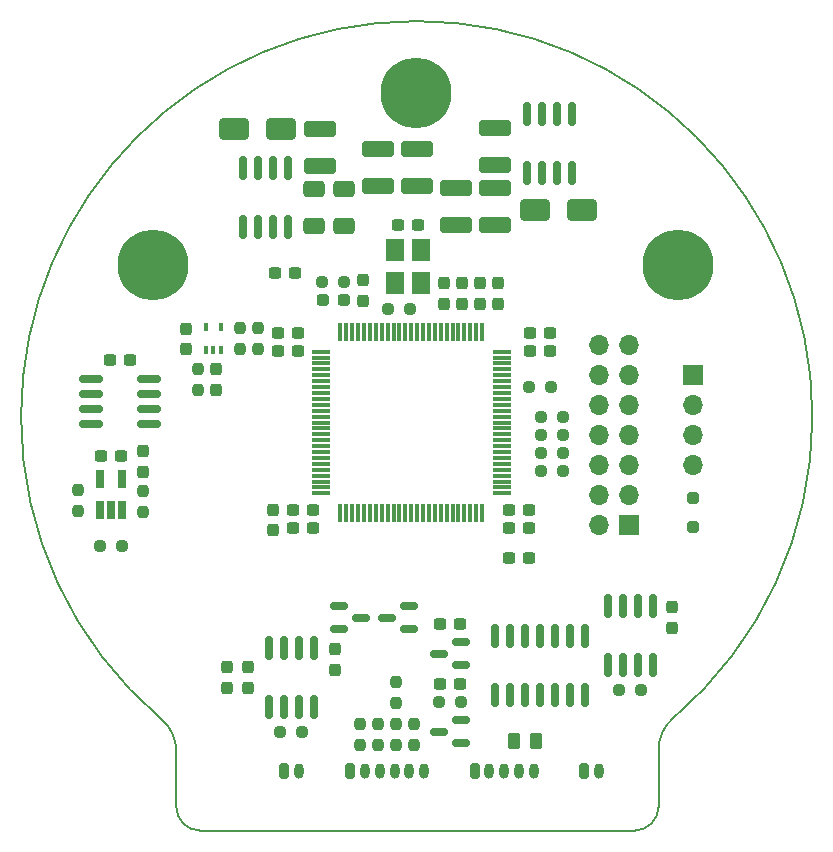
<source format=gbr>
%TF.GenerationSoftware,KiCad,Pcbnew,7.0.6*%
%TF.CreationDate,2024-03-18T21:13:24+03:00*%
%TF.ProjectId,_____ __________,1f3b3042-3020-4433-9f40-30323b353d38,rev?*%
%TF.SameCoordinates,Original*%
%TF.FileFunction,Soldermask,Top*%
%TF.FilePolarity,Negative*%
%FSLAX46Y46*%
G04 Gerber Fmt 4.6, Leading zero omitted, Abs format (unit mm)*
G04 Created by KiCad (PCBNEW 7.0.6) date 2024-03-18 21:13:24*
%MOMM*%
%LPD*%
G01*
G04 APERTURE LIST*
G04 Aperture macros list*
%AMRoundRect*
0 Rectangle with rounded corners*
0 $1 Rounding radius*
0 $2 $3 $4 $5 $6 $7 $8 $9 X,Y pos of 4 corners*
0 Add a 4 corners polygon primitive as box body*
4,1,4,$2,$3,$4,$5,$6,$7,$8,$9,$2,$3,0*
0 Add four circle primitives for the rounded corners*
1,1,$1+$1,$2,$3*
1,1,$1+$1,$4,$5*
1,1,$1+$1,$6,$7*
1,1,$1+$1,$8,$9*
0 Add four rect primitives between the rounded corners*
20,1,$1+$1,$2,$3,$4,$5,0*
20,1,$1+$1,$4,$5,$6,$7,0*
20,1,$1+$1,$6,$7,$8,$9,0*
20,1,$1+$1,$8,$9,$2,$3,0*%
G04 Aperture macros list end*
%ADD10RoundRect,0.237500X-0.250000X-0.237500X0.250000X-0.237500X0.250000X0.237500X-0.250000X0.237500X0*%
%ADD11RoundRect,0.150000X-0.150000X0.825000X-0.150000X-0.825000X0.150000X-0.825000X0.150000X0.825000X0*%
%ADD12R,1.700000X1.700000*%
%ADD13O,1.700000X1.700000*%
%ADD14RoundRect,0.200000X-0.200000X-0.450000X0.200000X-0.450000X0.200000X0.450000X-0.200000X0.450000X0*%
%ADD15O,0.800000X1.300000*%
%ADD16RoundRect,0.237500X-0.237500X0.300000X-0.237500X-0.300000X0.237500X-0.300000X0.237500X0.300000X0*%
%ADD17R,1.650000X1.950000*%
%ADD18RoundRect,0.250000X0.250000X-0.250000X0.250000X0.250000X-0.250000X0.250000X-0.250000X-0.250000X0*%
%ADD19RoundRect,0.237500X0.250000X0.237500X-0.250000X0.237500X-0.250000X-0.237500X0.250000X-0.237500X0*%
%ADD20RoundRect,0.237500X0.237500X-0.300000X0.237500X0.300000X-0.237500X0.300000X-0.237500X-0.300000X0*%
%ADD21RoundRect,0.237500X-0.287500X-0.237500X0.287500X-0.237500X0.287500X0.237500X-0.287500X0.237500X0*%
%ADD22RoundRect,0.237500X-0.300000X-0.237500X0.300000X-0.237500X0.300000X0.237500X-0.300000X0.237500X0*%
%ADD23C,6.000000*%
%ADD24RoundRect,0.250000X-1.100000X0.412500X-1.100000X-0.412500X1.100000X-0.412500X1.100000X0.412500X0*%
%ADD25RoundRect,0.237500X0.237500X-0.250000X0.237500X0.250000X-0.237500X0.250000X-0.237500X-0.250000X0*%
%ADD26RoundRect,0.237500X0.300000X0.237500X-0.300000X0.237500X-0.300000X-0.237500X0.300000X-0.237500X0*%
%ADD27R,0.400000X0.650000*%
%ADD28RoundRect,0.150000X0.587500X0.150000X-0.587500X0.150000X-0.587500X-0.150000X0.587500X-0.150000X0*%
%ADD29RoundRect,0.250000X1.000000X0.650000X-1.000000X0.650000X-1.000000X-0.650000X1.000000X-0.650000X0*%
%ADD30RoundRect,0.250000X-0.262500X-0.450000X0.262500X-0.450000X0.262500X0.450000X-0.262500X0.450000X0*%
%ADD31RoundRect,0.250000X1.100000X-0.412500X1.100000X0.412500X-1.100000X0.412500X-1.100000X-0.412500X0*%
%ADD32RoundRect,0.150000X0.150000X-0.825000X0.150000X0.825000X-0.150000X0.825000X-0.150000X-0.825000X0*%
%ADD33RoundRect,0.237500X-0.237500X0.250000X-0.237500X-0.250000X0.237500X-0.250000X0.237500X0.250000X0*%
%ADD34RoundRect,0.250000X-1.000000X-0.650000X1.000000X-0.650000X1.000000X0.650000X-1.000000X0.650000X0*%
%ADD35RoundRect,0.250000X0.650000X-0.412500X0.650000X0.412500X-0.650000X0.412500X-0.650000X-0.412500X0*%
%ADD36RoundRect,0.150000X-0.587500X-0.150000X0.587500X-0.150000X0.587500X0.150000X-0.587500X0.150000X0*%
%ADD37RoundRect,0.150000X-0.825000X-0.150000X0.825000X-0.150000X0.825000X0.150000X-0.825000X0.150000X0*%
%ADD38RoundRect,0.075000X-0.075000X0.725000X-0.075000X-0.725000X0.075000X-0.725000X0.075000X0.725000X0*%
%ADD39RoundRect,0.075000X-0.725000X0.075000X-0.725000X-0.075000X0.725000X-0.075000X0.725000X0.075000X0*%
%ADD40R,0.650000X1.560000*%
%TA.AperFunction,Profile*%
%ADD41C,0.200000*%
%TD*%
G04 APERTURE END LIST*
D10*
%TO.C,R27*%
X165203500Y-95758000D03*
X167028500Y-95758000D03*
%TD*%
D11*
%TO.C,U8*%
X168910000Y-114365000D03*
X167640000Y-114365000D03*
X166370000Y-114365000D03*
X165100000Y-114365000D03*
X163830000Y-114365000D03*
X162560000Y-114365000D03*
X161290000Y-114365000D03*
X161290000Y-119315000D03*
X162560000Y-119315000D03*
X163830000Y-119315000D03*
X165100000Y-119315000D03*
X166370000Y-119315000D03*
X167640000Y-119315000D03*
X168910000Y-119315000D03*
%TD*%
D12*
%TO.C,J10*%
X178054000Y-92202000D03*
D13*
X178054000Y-94742000D03*
X178054000Y-97282000D03*
X178054000Y-99822000D03*
%TD*%
D14*
%TO.C,J4*%
X168793000Y-125808000D03*
D15*
X170043000Y-125808000D03*
%TD*%
D16*
%TO.C,C30*%
X142494000Y-103632000D03*
X142494000Y-105357000D03*
%TD*%
D17*
%TO.C,U6*%
X152824000Y-81683000D03*
X152824000Y-84433000D03*
X155024000Y-84433000D03*
X155024000Y-81683000D03*
%TD*%
D10*
%TO.C,R29*%
X165203500Y-98806000D03*
X167028500Y-98806000D03*
%TD*%
D18*
%TO.C,D13*%
X178054000Y-105116000D03*
X178054000Y-102616000D03*
%TD*%
D19*
%TO.C,R32*%
X129690500Y-106680000D03*
X127865500Y-106680000D03*
%TD*%
D20*
%TO.C,C21*%
X158496000Y-86206500D03*
X158496000Y-84481500D03*
%TD*%
D21*
%TO.C,FB1*%
X146699000Y-85852000D03*
X148449000Y-85852000D03*
%TD*%
D22*
%TO.C,C16*%
X153061500Y-79502000D03*
X154786500Y-79502000D03*
%TD*%
D10*
%TO.C,R36*%
X143105500Y-122428000D03*
X144930500Y-122428000D03*
%TD*%
D23*
%TO.C,J3*%
X132334000Y-82931000D03*
%TD*%
D20*
%TO.C,C12*%
X150114000Y-85952500D03*
X150114000Y-84227500D03*
%TD*%
D24*
%TO.C,C36*%
X161290000Y-71335500D03*
X161290000Y-74460500D03*
%TD*%
D22*
%TO.C,C29*%
X162459500Y-105156000D03*
X164184500Y-105156000D03*
%TD*%
D25*
%TO.C,R34*%
X125984000Y-103782500D03*
X125984000Y-101957500D03*
%TD*%
D26*
%TO.C,C55*%
X158342500Y-113284000D03*
X156617500Y-113284000D03*
%TD*%
D27*
%TO.C,U4*%
X136764000Y-90104000D03*
X137414000Y-90104000D03*
X138064000Y-90104000D03*
X138064000Y-88204000D03*
X136764000Y-88204000D03*
%TD*%
D22*
%TO.C,C19*%
X164237500Y-90170000D03*
X165962500Y-90170000D03*
%TD*%
D26*
%TO.C,C25*%
X158342500Y-118364000D03*
X156617500Y-118364000D03*
%TD*%
D28*
%TO.C,D5*%
X154021000Y-113726000D03*
X154021000Y-111826000D03*
X152146000Y-112776000D03*
%TD*%
D29*
%TO.C,D7*%
X168624000Y-78232000D03*
X164624000Y-78232000D03*
%TD*%
D24*
%TO.C,C39*%
X151384000Y-73113500D03*
X151384000Y-76238500D03*
%TD*%
D23*
%TO.C,J1*%
X176784000Y-82931000D03*
%TD*%
D19*
%TO.C,R25*%
X158392500Y-119888000D03*
X156567500Y-119888000D03*
%TD*%
D10*
%TO.C,R30*%
X165203500Y-97282000D03*
X167028500Y-97282000D03*
%TD*%
D30*
%TO.C,R31*%
X162917500Y-123190000D03*
X164742500Y-123190000D03*
%TD*%
D25*
%TO.C,R33*%
X131506000Y-103862500D03*
X131506000Y-102037500D03*
%TD*%
D20*
%TO.C,C20*%
X161544000Y-86206500D03*
X161544000Y-84481500D03*
%TD*%
D31*
%TO.C,C35*%
X161290000Y-79540500D03*
X161290000Y-76415500D03*
%TD*%
D26*
%TO.C,C28*%
X144626500Y-88646000D03*
X142901500Y-88646000D03*
%TD*%
D11*
%TO.C,D9*%
X174625000Y-111825000D03*
X173355000Y-111825000D03*
X172085000Y-111825000D03*
X170815000Y-111825000D03*
X170815000Y-116775000D03*
X172085000Y-116775000D03*
X173355000Y-116775000D03*
X174625000Y-116775000D03*
%TD*%
D26*
%TO.C,C54*%
X130402500Y-90932000D03*
X128677500Y-90932000D03*
%TD*%
D24*
%TO.C,C41*%
X154686000Y-73113500D03*
X154686000Y-76238500D03*
%TD*%
D32*
%TO.C,U11*%
X139954000Y-79691000D03*
X141224000Y-79691000D03*
X142494000Y-79691000D03*
X143764000Y-79691000D03*
X143764000Y-74741000D03*
X142494000Y-74741000D03*
X141224000Y-74741000D03*
X139954000Y-74741000D03*
%TD*%
D20*
%TO.C,C9*%
X137668000Y-93472000D03*
X137668000Y-91747000D03*
%TD*%
D25*
%TO.C,R14*%
X141224000Y-90066500D03*
X141224000Y-88241500D03*
%TD*%
D33*
%TO.C,R39*%
X149860000Y-121769500D03*
X149860000Y-123594500D03*
%TD*%
D31*
%TO.C,C34*%
X157988000Y-79540500D03*
X157988000Y-76415500D03*
%TD*%
D14*
%TO.C,J9*%
X149021000Y-125808000D03*
D15*
X150271000Y-125808000D03*
X151521000Y-125808000D03*
X152771000Y-125808000D03*
X154021000Y-125808000D03*
X155271000Y-125808000D03*
%TD*%
D22*
%TO.C,C33*%
X127915500Y-99060000D03*
X129640500Y-99060000D03*
%TD*%
D20*
%TO.C,C51*%
X138583500Y-118718500D03*
X138583500Y-116993500D03*
%TD*%
D33*
%TO.C,R38*%
X152908000Y-118213500D03*
X152908000Y-120038500D03*
%TD*%
D23*
%TO.C,J2*%
X154559000Y-68326000D03*
%TD*%
D22*
%TO.C,C31*%
X162459500Y-107696000D03*
X164184500Y-107696000D03*
%TD*%
D33*
%TO.C,R26*%
X151384000Y-121769500D03*
X151384000Y-123594500D03*
%TD*%
D12*
%TO.C,J5*%
X172578000Y-104902000D03*
D13*
X170038000Y-104902000D03*
X172578000Y-102362000D03*
X170038000Y-102362000D03*
X172578000Y-99822000D03*
X170038000Y-99822000D03*
X172578000Y-97282000D03*
X170038000Y-97282000D03*
X172578000Y-94742000D03*
X170038000Y-94742000D03*
X172578000Y-92202000D03*
X170038000Y-92202000D03*
X172578000Y-89662000D03*
X170038000Y-89662000D03*
%TD*%
D26*
%TO.C,C27*%
X144626500Y-90170000D03*
X142901500Y-90170000D03*
%TD*%
%TO.C,C22*%
X145896500Y-105156000D03*
X144171500Y-105156000D03*
%TD*%
D34*
%TO.C,D8*%
X139163000Y-71374000D03*
X143163000Y-71374000D03*
%TD*%
D11*
%TO.C,D10*%
X145923000Y-115381000D03*
X144653000Y-115381000D03*
X143383000Y-115381000D03*
X142113000Y-115381000D03*
X142113000Y-120331000D03*
X143383000Y-120331000D03*
X144653000Y-120331000D03*
X145923000Y-120331000D03*
%TD*%
D10*
%TO.C,R35*%
X171807500Y-118872000D03*
X173632500Y-118872000D03*
%TD*%
D20*
%TO.C,C23*%
X156972000Y-86206500D03*
X156972000Y-84481500D03*
%TD*%
D28*
%TO.C,D4*%
X158417500Y-123378000D03*
X158417500Y-121478000D03*
X156542500Y-122428000D03*
%TD*%
D22*
%TO.C,C18*%
X162459500Y-103632000D03*
X164184500Y-103632000D03*
%TD*%
D20*
%TO.C,C50*%
X140361500Y-118718500D03*
X140361500Y-116993500D03*
%TD*%
D35*
%TO.C,C42*%
X145989000Y-79594500D03*
X145989000Y-76469500D03*
%TD*%
D14*
%TO.C,J7*%
X159552000Y-125808000D03*
D15*
X160802000Y-125808000D03*
X162052000Y-125808000D03*
X163302000Y-125808000D03*
X164552000Y-125808000D03*
%TD*%
D14*
%TO.C,J6*%
X143393000Y-125808000D03*
D15*
X144643000Y-125808000D03*
%TD*%
D25*
%TO.C,R24*%
X154432000Y-123594500D03*
X154432000Y-121769500D03*
%TD*%
D28*
%TO.C,D14*%
X158417500Y-116774000D03*
X158417500Y-114874000D03*
X156542500Y-115824000D03*
%TD*%
D19*
%TO.C,R21*%
X166012500Y-93218000D03*
X164187500Y-93218000D03*
%TD*%
D36*
%TO.C,D15*%
X148033500Y-111826000D03*
X148033500Y-113726000D03*
X149908500Y-112776000D03*
%TD*%
D37*
%TO.C,U12*%
X127065000Y-92583000D03*
X127065000Y-93853000D03*
X127065000Y-95123000D03*
X127065000Y-96393000D03*
X132015000Y-96393000D03*
X132015000Y-95123000D03*
X132015000Y-93853000D03*
X132015000Y-92583000D03*
%TD*%
D33*
%TO.C,R13*%
X139700000Y-88241500D03*
X139700000Y-90066500D03*
%TD*%
D22*
%TO.C,C17*%
X164237500Y-88646000D03*
X165962500Y-88646000D03*
%TD*%
D26*
%TO.C,C11*%
X144372500Y-83566000D03*
X142647500Y-83566000D03*
%TD*%
D33*
%TO.C,R15*%
X136144000Y-91697000D03*
X136144000Y-93522000D03*
%TD*%
D20*
%TO.C,C45*%
X147727500Y-117194500D03*
X147727500Y-115469500D03*
%TD*%
D38*
%TO.C,U7*%
X160178000Y-88591000D03*
X159678000Y-88591000D03*
X159178000Y-88591000D03*
X158678000Y-88591000D03*
X158178000Y-88591000D03*
X157678000Y-88591000D03*
X157178000Y-88591000D03*
X156678000Y-88591000D03*
X156178000Y-88591000D03*
X155678000Y-88591000D03*
X155178000Y-88591000D03*
X154678000Y-88591000D03*
X154178000Y-88591000D03*
X153678000Y-88591000D03*
X153178000Y-88591000D03*
X152678000Y-88591000D03*
X152178000Y-88591000D03*
X151678000Y-88591000D03*
X151178000Y-88591000D03*
X150678000Y-88591000D03*
X150178000Y-88591000D03*
X149678000Y-88591000D03*
X149178000Y-88591000D03*
X148678000Y-88591000D03*
X148178000Y-88591000D03*
D39*
X146503000Y-90266000D03*
X146503000Y-90766000D03*
X146503000Y-91266000D03*
X146503000Y-91766000D03*
X146503000Y-92266000D03*
X146503000Y-92766000D03*
X146503000Y-93266000D03*
X146503000Y-93766000D03*
X146503000Y-94266000D03*
X146503000Y-94766000D03*
X146503000Y-95266000D03*
X146503000Y-95766000D03*
X146503000Y-96266000D03*
X146503000Y-96766000D03*
X146503000Y-97266000D03*
X146503000Y-97766000D03*
X146503000Y-98266000D03*
X146503000Y-98766000D03*
X146503000Y-99266000D03*
X146503000Y-99766000D03*
X146503000Y-100266000D03*
X146503000Y-100766000D03*
X146503000Y-101266000D03*
X146503000Y-101766000D03*
X146503000Y-102266000D03*
D38*
X148178000Y-103941000D03*
X148678000Y-103941000D03*
X149178000Y-103941000D03*
X149678000Y-103941000D03*
X150178000Y-103941000D03*
X150678000Y-103941000D03*
X151178000Y-103941000D03*
X151678000Y-103941000D03*
X152178000Y-103941000D03*
X152678000Y-103941000D03*
X153178000Y-103941000D03*
X153678000Y-103941000D03*
X154178000Y-103941000D03*
X154678000Y-103941000D03*
X155178000Y-103941000D03*
X155678000Y-103941000D03*
X156178000Y-103941000D03*
X156678000Y-103941000D03*
X157178000Y-103941000D03*
X157678000Y-103941000D03*
X158178000Y-103941000D03*
X158678000Y-103941000D03*
X159178000Y-103941000D03*
X159678000Y-103941000D03*
X160178000Y-103941000D03*
D39*
X161853000Y-102266000D03*
X161853000Y-101766000D03*
X161853000Y-101266000D03*
X161853000Y-100766000D03*
X161853000Y-100266000D03*
X161853000Y-99766000D03*
X161853000Y-99266000D03*
X161853000Y-98766000D03*
X161853000Y-98266000D03*
X161853000Y-97766000D03*
X161853000Y-97266000D03*
X161853000Y-96766000D03*
X161853000Y-96266000D03*
X161853000Y-95766000D03*
X161853000Y-95266000D03*
X161853000Y-94766000D03*
X161853000Y-94266000D03*
X161853000Y-93766000D03*
X161853000Y-93266000D03*
X161853000Y-92766000D03*
X161853000Y-92266000D03*
X161853000Y-91766000D03*
X161853000Y-91266000D03*
X161853000Y-90766000D03*
X161853000Y-90266000D03*
%TD*%
D20*
%TO.C,C24*%
X160020000Y-86206500D03*
X160020000Y-84481500D03*
%TD*%
%TO.C,C44*%
X176276000Y-113638500D03*
X176276000Y-111913500D03*
%TD*%
D24*
%TO.C,C40*%
X146497000Y-71389500D03*
X146497000Y-74514500D03*
%TD*%
D10*
%TO.C,R20*%
X146661500Y-84328000D03*
X148486500Y-84328000D03*
%TD*%
D26*
%TO.C,C26*%
X145896500Y-103632000D03*
X144171500Y-103632000D03*
%TD*%
D20*
%TO.C,C38*%
X131506000Y-100430500D03*
X131506000Y-98705500D03*
%TD*%
D11*
%TO.C,U9*%
X167767000Y-70169000D03*
X166497000Y-70169000D03*
X165227000Y-70169000D03*
X163957000Y-70169000D03*
X163957000Y-75119000D03*
X165227000Y-75119000D03*
X166497000Y-75119000D03*
X167767000Y-75119000D03*
%TD*%
D16*
%TO.C,C10*%
X135128000Y-88318000D03*
X135128000Y-90043000D03*
%TD*%
D35*
%TO.C,C43*%
X148529000Y-79594500D03*
X148529000Y-76469500D03*
%TD*%
D25*
%TO.C,R37*%
X152908000Y-123594500D03*
X152908000Y-121769500D03*
%TD*%
D10*
%TO.C,R28*%
X165203500Y-100330000D03*
X167028500Y-100330000D03*
%TD*%
D19*
%TO.C,R23*%
X154074500Y-86614000D03*
X152249500Y-86614000D03*
%TD*%
D40*
%TO.C,U10*%
X127828000Y-103712000D03*
X128778000Y-103712000D03*
X129728000Y-103712000D03*
X129728000Y-101012000D03*
X127828000Y-101012000D03*
%TD*%
D41*
X173087071Y-130809973D02*
G75*
G03*
X175119073Y-128778000I29J2031973D01*
G01*
X134281571Y-124064347D02*
G75*
G03*
X133039370Y-121386052I-3504871J1647D01*
G01*
X176351123Y-121296234D02*
G75*
G03*
X175119073Y-123962254I2268777J-2666166D01*
G01*
X134281619Y-124064347D02*
X134281619Y-128778000D01*
X173087071Y-130810000D02*
X136313619Y-130810002D01*
X175119073Y-123962254D02*
X175119073Y-128778000D01*
X188142262Y-95782046D02*
G75*
G03*
X121142262Y-95782046I-33500000J0D01*
G01*
X134281598Y-128778000D02*
G75*
G03*
X136313619Y-130810002I2032002J0D01*
G01*
X176351140Y-121296254D02*
G75*
G03*
X188142262Y-95782046I-21708920J25514224D01*
G01*
X121142261Y-95782046D02*
G75*
G03*
X133039370Y-121386051I33499989J-4D01*
G01*
M02*

</source>
